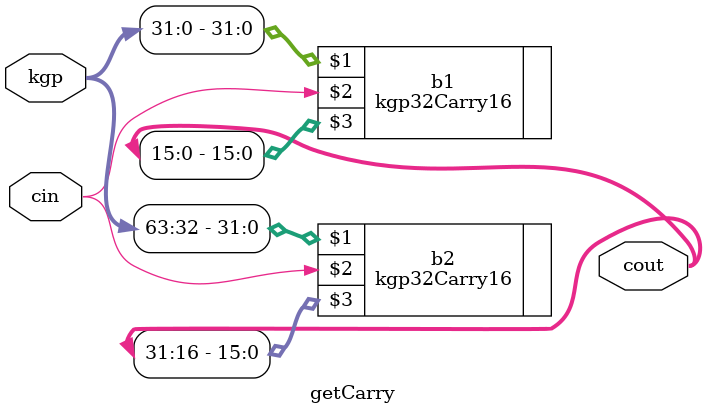
<source format=v>
`include "kgp32Carry16.v"
module getCarry(
	input [63:0]kgp,
	input cin,
	output [31:0] cout
);
		kgp32Carry16 b1(kgp[31:0], cin, cout[15:0]);
		kgp32Carry16 b2(kgp[63:32], cin, cout[31:16]);
endmodule

</source>
